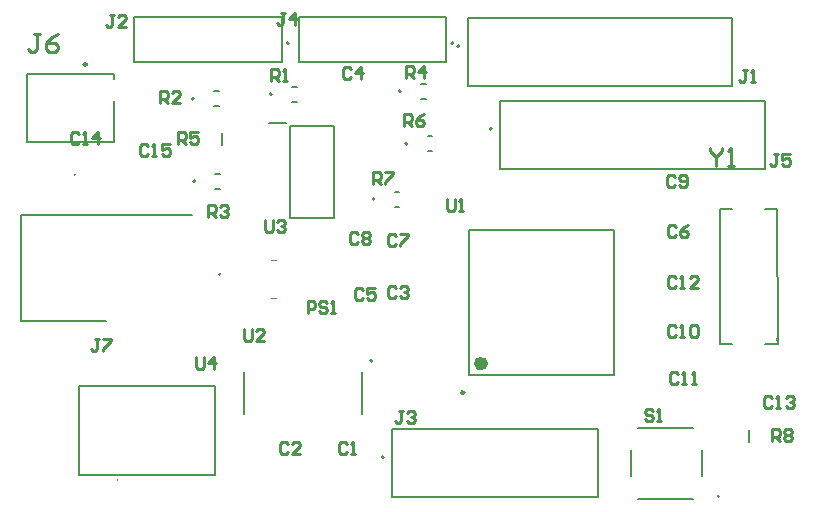
<source format=gto>
G04*
G04 #@! TF.GenerationSoftware,Altium Limited,Altium Designer,24.0.1 (36)*
G04*
G04 Layer_Color=65535*
%FSLAX44Y44*%
%MOMM*%
G71*
G04*
G04 #@! TF.SameCoordinates,AE154294-96CE-490B-A9AE-858F9377290F*
G04*
G04*
G04 #@! TF.FilePolarity,Positive*
G04*
G01*
G75*
%ADD10C,0.2500*%
%ADD11C,0.2000*%
%ADD12C,0.6000*%
%ADD13C,0.1000*%
%ADD14C,0.1270*%
%ADD15C,0.2540*%
D10*
X1035850Y784530D02*
G03*
X1035850Y784530I-1250J0D01*
G01*
X1355380Y506930D02*
G03*
X1355380Y506930I-1250J0D01*
G01*
D11*
X1306540Y718550D02*
G03*
X1306540Y716550I0J-1000D01*
G01*
D02*
G03*
X1306540Y718550I0J1000D01*
G01*
X1287490Y452120D02*
G03*
X1287490Y452120I-1000J0D01*
G01*
X1378930Y730250D02*
G03*
X1378930Y730250I-1000J0D01*
G01*
X1571310Y419120D02*
G03*
X1571310Y419120I-840J0D01*
G01*
X1278600Y671560D02*
G03*
X1278600Y669560I0J-1000D01*
G01*
D02*
G03*
X1278600Y671560I0J1000D01*
G01*
X1300800Y763000D02*
G03*
X1300800Y761000I0J-1000D01*
G01*
D02*
G03*
X1300800Y763000I0J1000D01*
G01*
X1191580Y760460D02*
G03*
X1191580Y758460I0J-1000D01*
G01*
D02*
G03*
X1191580Y760460I0J1000D01*
G01*
X1126810Y686800D02*
G03*
X1126810Y684800I0J-1000D01*
G01*
D02*
G03*
X1126810Y686800I0J1000D01*
G01*
X1125540Y756650D02*
G03*
X1125540Y754650I0J-1000D01*
G01*
D02*
G03*
X1125540Y756650I0J1000D01*
G01*
X1346187Y802640D02*
G03*
X1346187Y802640I-1000J0D01*
G01*
X1351460Y800100D02*
G03*
X1351460Y800100I-1000J0D01*
G01*
X1207090Y802640D02*
G03*
X1207090Y802640I-1000J0D01*
G01*
X1149160Y606920D02*
G03*
X1149160Y606920I-640J0D01*
G01*
X1025780Y691435D02*
G03*
X1025780Y691435I-500J0D01*
G01*
X1277750Y533790D02*
G03*
X1277750Y533790I-1000J0D01*
G01*
X985350Y719280D02*
Y776780D01*
Y719280D02*
X1059350D01*
Y772030D02*
Y776780D01*
Y719280D02*
Y753530D01*
X985350Y776780D02*
X1059350D01*
X1324540Y711300D02*
X1328540D01*
X1324540Y723800D02*
X1328540D01*
X1502910Y477040D02*
X1549150D01*
X1502910Y417040D02*
X1549150D01*
X1496540Y436310D02*
Y457880D01*
X1556540Y436310D02*
Y457880D01*
X1596390Y464650D02*
Y475150D01*
X1482630Y521430D02*
Y644430D01*
X1359630Y521430D02*
Y644430D01*
X1482630D01*
X1359630Y521430D02*
X1482630D01*
X1296600Y664310D02*
X1300600D01*
X1296600Y676810D02*
X1300600D01*
X1318800Y755750D02*
X1322800D01*
X1318800Y768250D02*
X1322800D01*
X1209580Y753210D02*
X1213580D01*
X1209580Y765710D02*
X1213580D01*
X1208150Y732830D02*
X1245150D01*
Y654830D02*
Y732830D01*
X1208150Y654830D02*
X1245150D01*
X1208150D02*
Y732830D01*
X1189900Y735330D02*
X1204650D01*
X1150620Y716110D02*
Y726610D01*
X1144810Y679550D02*
X1148810D01*
X1144810Y692050D02*
X1148810D01*
X1143540Y749400D02*
X1147540D01*
X1143540Y761900D02*
X1147540D01*
X979850Y567530D02*
X1052350D01*
X979850D02*
Y657530D01*
X1124850D01*
X1029620Y512700D02*
X1144620D01*
X1029620Y437200D02*
Y512700D01*
Y437200D02*
X1144620D01*
Y512700D01*
X1620390Y662030D02*
X1620890Y548030D01*
X1610390Y662030D02*
X1620390D01*
X1610390Y548030D02*
X1620890D01*
X1620390Y553030D02*
X1620890Y548030D01*
X1572390D02*
X1582390D01*
X1571890Y662030D02*
X1572390Y548030D01*
X1571890Y662030D02*
X1582390D01*
D12*
X1372630Y531430D02*
G03*
X1372630Y531430I-3000J0D01*
G01*
D13*
X1061720Y433200D02*
G03*
X1061720Y432200I0J-500D01*
G01*
D02*
G03*
X1061720Y433200I0J500D01*
G01*
X1596390Y525030D02*
G03*
X1596390Y526030I0J500D01*
G01*
D02*
G03*
X1596390Y525030I0J-500D01*
G01*
X1191800Y587250D02*
X1195800D01*
X1191800Y619250D02*
X1195800D01*
D14*
X1468490Y418120D02*
Y475620D01*
X1294490D02*
X1468490D01*
X1294490Y418120D02*
Y475620D01*
Y418120D02*
X1468490D01*
X1385930Y696250D02*
X1609930D01*
X1385930D02*
Y753750D01*
X1609930D01*
Y696250D02*
Y753750D01*
X1215188Y786640D02*
X1340188D01*
X1215188D02*
Y824640D01*
X1340188D01*
Y786640D02*
Y824640D01*
X1358460Y766100D02*
X1582460D01*
X1358460D02*
Y823600D01*
X1582460D01*
Y766100D02*
Y823600D01*
X1076090Y786640D02*
X1201090D01*
X1076090D02*
Y824640D01*
X1201090D01*
Y786640D02*
Y824640D01*
X1269200Y488540D02*
Y524040D01*
X1169200Y488540D02*
Y524040D01*
X1269200Y488540D02*
Y524040D01*
X1169200Y488540D02*
Y524040D01*
D15*
X995931Y810001D02*
X990852D01*
X993391D01*
Y797305D01*
X990852Y794766D01*
X988313D01*
X985774Y797305D01*
X1011166Y810001D02*
X1006087Y807462D01*
X1001009Y802383D01*
Y797305D01*
X1003548Y794766D01*
X1008627D01*
X1011166Y797305D01*
Y799844D01*
X1008627Y802383D01*
X1001009D01*
X1304849Y732872D02*
Y742868D01*
X1309848D01*
X1311514Y741202D01*
Y737870D01*
X1309848Y736204D01*
X1304849D01*
X1308182D02*
X1311514Y732872D01*
X1321511Y742868D02*
X1318178Y741202D01*
X1314846Y737870D01*
Y734538D01*
X1316512Y732872D01*
X1319845D01*
X1321511Y734538D01*
Y736204D01*
X1319845Y737870D01*
X1314846D01*
X1303894Y491408D02*
X1300562D01*
X1302228D01*
Y483078D01*
X1300562Y481412D01*
X1298896D01*
X1297229Y483078D01*
X1307226Y489742D02*
X1308892Y491408D01*
X1312224D01*
X1313891Y489742D01*
Y488076D01*
X1312224Y486410D01*
X1310558D01*
X1312224D01*
X1313891Y484744D01*
Y483078D01*
X1312224Y481412D01*
X1308892D01*
X1307226Y483078D01*
X1621394Y708578D02*
X1618062D01*
X1619728D01*
Y700248D01*
X1618062Y698582D01*
X1616396D01*
X1614729Y700248D01*
X1631391Y708578D02*
X1624726D01*
Y703580D01*
X1628058Y705246D01*
X1629724D01*
X1631391Y703580D01*
Y700248D01*
X1629724Y698582D01*
X1626392D01*
X1624726Y700248D01*
X1515110Y491012D02*
X1513444Y492678D01*
X1510112D01*
X1508445Y491012D01*
Y489346D01*
X1510112Y487680D01*
X1513444D01*
X1515110Y486014D01*
Y484348D01*
X1513444Y482682D01*
X1510112D01*
X1508445Y484348D01*
X1518442Y482682D02*
X1521774D01*
X1520108D01*
Y492678D01*
X1518442Y491012D01*
X1615959Y502442D02*
X1614292Y504108D01*
X1610960D01*
X1609294Y502442D01*
Y495778D01*
X1610960Y494112D01*
X1614292D01*
X1615959Y495778D01*
X1619291Y494112D02*
X1622623D01*
X1620957D01*
Y504108D01*
X1619291Y502442D01*
X1627621D02*
X1629288Y504108D01*
X1632620D01*
X1634286Y502442D01*
Y500776D01*
X1632620Y499110D01*
X1630954D01*
X1632620D01*
X1634286Y497444D01*
Y495778D01*
X1632620Y494112D01*
X1629288D01*
X1627621Y495778D01*
X1615999Y466172D02*
Y476168D01*
X1620998D01*
X1622664Y474502D01*
Y471170D01*
X1620998Y469504D01*
X1615999D01*
X1619332D02*
X1622664Y466172D01*
X1625996Y474502D02*
X1627662Y476168D01*
X1630995D01*
X1632661Y474502D01*
Y472836D01*
X1630995Y471170D01*
X1632661Y469504D01*
Y467838D01*
X1630995Y466172D01*
X1627662D01*
X1625996Y467838D01*
Y469504D01*
X1627662Y471170D01*
X1625996Y472836D01*
Y474502D01*
X1627662Y471170D02*
X1630995D01*
X1534678Y562132D02*
X1533012Y563798D01*
X1529680D01*
X1528014Y562132D01*
Y555468D01*
X1529680Y553802D01*
X1533012D01*
X1534678Y555468D01*
X1538011Y553802D02*
X1541343D01*
X1539677D01*
Y563798D01*
X1538011Y562132D01*
X1546342D02*
X1548008Y563798D01*
X1551340D01*
X1553006Y562132D01*
Y555468D01*
X1551340Y553802D01*
X1548008D01*
X1546342Y555468D01*
Y562132D01*
X1536345Y522762D02*
X1534679Y524428D01*
X1531346D01*
X1529680Y522762D01*
Y516098D01*
X1531346Y514432D01*
X1534679D01*
X1536345Y516098D01*
X1539677Y514432D02*
X1543009D01*
X1541343D01*
Y524428D01*
X1539677Y522762D01*
X1548008Y514432D02*
X1551340D01*
X1549674D01*
Y524428D01*
X1548008Y522762D01*
X1534678Y604042D02*
X1533012Y605708D01*
X1529680D01*
X1528014Y604042D01*
Y597378D01*
X1529680Y595712D01*
X1533012D01*
X1534678Y597378D01*
X1538011Y595712D02*
X1541343D01*
X1539677D01*
Y605708D01*
X1538011Y604042D01*
X1553006Y595712D02*
X1546342D01*
X1553006Y602376D01*
Y604042D01*
X1551340Y605708D01*
X1548008D01*
X1546342Y604042D01*
X1533764Y689132D02*
X1532098Y690798D01*
X1528766D01*
X1527099Y689132D01*
Y682468D01*
X1528766Y680802D01*
X1532098D01*
X1533764Y682468D01*
X1537096D02*
X1538762Y680802D01*
X1542095D01*
X1543761Y682468D01*
Y689132D01*
X1542095Y690798D01*
X1538762D01*
X1537096Y689132D01*
Y687466D01*
X1538762Y685800D01*
X1543761D01*
X1535034Y647222D02*
X1533368Y648888D01*
X1530036D01*
X1528369Y647222D01*
Y640558D01*
X1530036Y638892D01*
X1533368D01*
X1535034Y640558D01*
X1545031Y648888D02*
X1541698Y647222D01*
X1538366Y643890D01*
Y640558D01*
X1540032Y638892D01*
X1543365D01*
X1545031Y640558D01*
Y642224D01*
X1543365Y643890D01*
X1538366D01*
X1340806Y670478D02*
Y662148D01*
X1342472Y660482D01*
X1345804D01*
X1347470Y662148D01*
Y670478D01*
X1350802Y660482D02*
X1354135D01*
X1352468D01*
Y670478D01*
X1350802Y668812D01*
X1278179Y683342D02*
Y693338D01*
X1283178D01*
X1284844Y691672D01*
Y688340D01*
X1283178Y686674D01*
X1278179D01*
X1281512D02*
X1284844Y683342D01*
X1288176Y693338D02*
X1294841D01*
Y691672D01*
X1288176Y685008D01*
Y683342D01*
X1306119Y773512D02*
Y783508D01*
X1311118D01*
X1312784Y781842D01*
Y778510D01*
X1311118Y776844D01*
X1306119D01*
X1309452D02*
X1312784Y773512D01*
X1321115D02*
Y783508D01*
X1316116Y778510D01*
X1322781D01*
X1259444Y780572D02*
X1257778Y782238D01*
X1254445D01*
X1252779Y780572D01*
Y773908D01*
X1254445Y772242D01*
X1257778D01*
X1259444Y773908D01*
X1267775Y772242D02*
Y782238D01*
X1262776Y777240D01*
X1269441D01*
X1192215Y770972D02*
Y780968D01*
X1197214D01*
X1198880Y779302D01*
Y775970D01*
X1197214Y774304D01*
X1192215D01*
X1195548D02*
X1198880Y770972D01*
X1202212D02*
X1205545D01*
X1203878D01*
Y780968D01*
X1202212Y779302D01*
X1186739Y652698D02*
Y644368D01*
X1188406Y642702D01*
X1191738D01*
X1193404Y644368D01*
Y652698D01*
X1196736Y651032D02*
X1198402Y652698D01*
X1201734D01*
X1203401Y651032D01*
Y649366D01*
X1201734Y647700D01*
X1200068D01*
X1201734D01*
X1203401Y646034D01*
Y644368D01*
X1201734Y642702D01*
X1198402D01*
X1196736Y644368D01*
X1222777Y574122D02*
Y584118D01*
X1227775D01*
X1229442Y582452D01*
Y579120D01*
X1227775Y577454D01*
X1222777D01*
X1239438Y582452D02*
X1237772Y584118D01*
X1234440D01*
X1232774Y582452D01*
Y580786D01*
X1234440Y579120D01*
X1237772D01*
X1239438Y577454D01*
Y575788D01*
X1237772Y574122D01*
X1234440D01*
X1232774Y575788D01*
X1242771Y574122D02*
X1246103D01*
X1244437D01*
Y584118D01*
X1242771Y582452D01*
X1297544Y639602D02*
X1295878Y641268D01*
X1292545D01*
X1290879Y639602D01*
Y632938D01*
X1292545Y631272D01*
X1295878D01*
X1297544Y632938D01*
X1300876Y641268D02*
X1307541D01*
Y639602D01*
X1300876Y632938D01*
Y631272D01*
X1265794Y640872D02*
X1264128Y642538D01*
X1260796D01*
X1259129Y640872D01*
Y634208D01*
X1260796Y632542D01*
X1264128D01*
X1265794Y634208D01*
X1269126Y640872D02*
X1270792Y642538D01*
X1274125D01*
X1275791Y640872D01*
Y639206D01*
X1274125Y637540D01*
X1275791Y635874D01*
Y634208D01*
X1274125Y632542D01*
X1270792D01*
X1269126Y634208D01*
Y635874D01*
X1270792Y637540D01*
X1269126Y639206D01*
Y640872D01*
X1270792Y637540D02*
X1274125D01*
X1297544Y595152D02*
X1295878Y596818D01*
X1292545D01*
X1290879Y595152D01*
Y588488D01*
X1292545Y586822D01*
X1295878D01*
X1297544Y588488D01*
X1300876Y595152D02*
X1302542Y596818D01*
X1305874D01*
X1307541Y595152D01*
Y593486D01*
X1305874Y591820D01*
X1304208D01*
X1305874D01*
X1307541Y590154D01*
Y588488D01*
X1305874Y586822D01*
X1302542D01*
X1300876Y588488D01*
X1269604Y593882D02*
X1267938Y595548D01*
X1264605D01*
X1262939Y593882D01*
Y587218D01*
X1264605Y585552D01*
X1267938D01*
X1269604Y587218D01*
X1279601Y595548D02*
X1272936D01*
Y590550D01*
X1276268Y592216D01*
X1277934D01*
X1279601Y590550D01*
Y587218D01*
X1277934Y585552D01*
X1274602D01*
X1272936Y587218D01*
X1256030Y463072D02*
X1254364Y464738D01*
X1251032D01*
X1249365Y463072D01*
Y456408D01*
X1251032Y454742D01*
X1254364D01*
X1256030Y456408D01*
X1259362Y454742D02*
X1262694D01*
X1261028D01*
Y464738D01*
X1259362Y463072D01*
X1206104D02*
X1204438Y464738D01*
X1201105D01*
X1199439Y463072D01*
Y456408D01*
X1201105Y454742D01*
X1204438D01*
X1206104Y456408D01*
X1216101Y454742D02*
X1209436D01*
X1216101Y461406D01*
Y463072D01*
X1214435Y464738D01*
X1211102D01*
X1209436Y463072D01*
X1087638Y715802D02*
X1085972Y717468D01*
X1082640D01*
X1080974Y715802D01*
Y709138D01*
X1082640Y707472D01*
X1085972D01*
X1087638Y709138D01*
X1090971Y707472D02*
X1094303D01*
X1092637D01*
Y717468D01*
X1090971Y715802D01*
X1105966Y717468D02*
X1099302D01*
Y712470D01*
X1102634Y714136D01*
X1104300D01*
X1105966Y712470D01*
Y709138D01*
X1104300Y707472D01*
X1100968D01*
X1099302Y709138D01*
X1113079Y717632D02*
Y727628D01*
X1118078D01*
X1119744Y725962D01*
Y722630D01*
X1118078Y720964D01*
X1113079D01*
X1116412D02*
X1119744Y717632D01*
X1129741Y727628D02*
X1123076D01*
Y722630D01*
X1126408Y724296D01*
X1128074D01*
X1129741Y722630D01*
Y719298D01*
X1128074Y717632D01*
X1124742D01*
X1123076Y719298D01*
X1138479Y655402D02*
Y665398D01*
X1143478D01*
X1145144Y663732D01*
Y660400D01*
X1143478Y658734D01*
X1138479D01*
X1141812D02*
X1145144Y655402D01*
X1148476Y663732D02*
X1150142Y665398D01*
X1153475D01*
X1155141Y663732D01*
Y662066D01*
X1153475Y660400D01*
X1151808D01*
X1153475D01*
X1155141Y658734D01*
Y657068D01*
X1153475Y655402D01*
X1150142D01*
X1148476Y657068D01*
X1097839Y751922D02*
Y761918D01*
X1102838D01*
X1104504Y760252D01*
Y756920D01*
X1102838Y755254D01*
X1097839D01*
X1101172D02*
X1104504Y751922D01*
X1114501D02*
X1107836D01*
X1114501Y758586D01*
Y760252D01*
X1112834Y761918D01*
X1109502D01*
X1107836Y760252D01*
X1203564Y827958D02*
X1200232D01*
X1201898D01*
Y819628D01*
X1200232Y817962D01*
X1198566D01*
X1196899Y819628D01*
X1211895Y817962D02*
Y827958D01*
X1206896Y822960D01*
X1213561D01*
X1595120Y779698D02*
X1591788D01*
X1593454D01*
Y771368D01*
X1591788Y769702D01*
X1590122D01*
X1588456Y771368D01*
X1598452Y769702D02*
X1601785D01*
X1600118D01*
Y779698D01*
X1598452Y778032D01*
X1058784Y826688D02*
X1055452D01*
X1057118D01*
Y818358D01*
X1055452Y816692D01*
X1053785D01*
X1052119Y818358D01*
X1068781Y816692D02*
X1062116D01*
X1068781Y823356D01*
Y825022D01*
X1067114Y826688D01*
X1063782D01*
X1062116Y825022D01*
X1046024Y552108D02*
X1042692D01*
X1044358D01*
Y543778D01*
X1042692Y542112D01*
X1041025D01*
X1039359Y543778D01*
X1049356Y552108D02*
X1056021D01*
Y550442D01*
X1049356Y543778D01*
Y542112D01*
X1128319Y537128D02*
Y528798D01*
X1129986Y527132D01*
X1133318D01*
X1134984Y528798D01*
Y537128D01*
X1143315Y527132D02*
Y537128D01*
X1138316Y532130D01*
X1144981D01*
X1029015Y725627D02*
X1027348Y727293D01*
X1024016D01*
X1022350Y725627D01*
Y718962D01*
X1024016Y717296D01*
X1027348D01*
X1029015Y718962D01*
X1032347Y717296D02*
X1035679D01*
X1034013D01*
Y727293D01*
X1032347Y725627D01*
X1045676Y717296D02*
Y727293D01*
X1040677Y722294D01*
X1047342D01*
X1563878Y713481D02*
Y710942D01*
X1568956Y705863D01*
X1574035Y710942D01*
Y713481D01*
X1568956Y705863D02*
Y698246D01*
X1579113D02*
X1584191D01*
X1581652D01*
Y713481D01*
X1579113Y710942D01*
X1168908Y560669D02*
Y552338D01*
X1170574Y550672D01*
X1173906D01*
X1175573Y552338D01*
Y560669D01*
X1185569Y550672D02*
X1178905D01*
X1185569Y557337D01*
Y559003D01*
X1183903Y560669D01*
X1180571D01*
X1178905Y559003D01*
M02*

</source>
